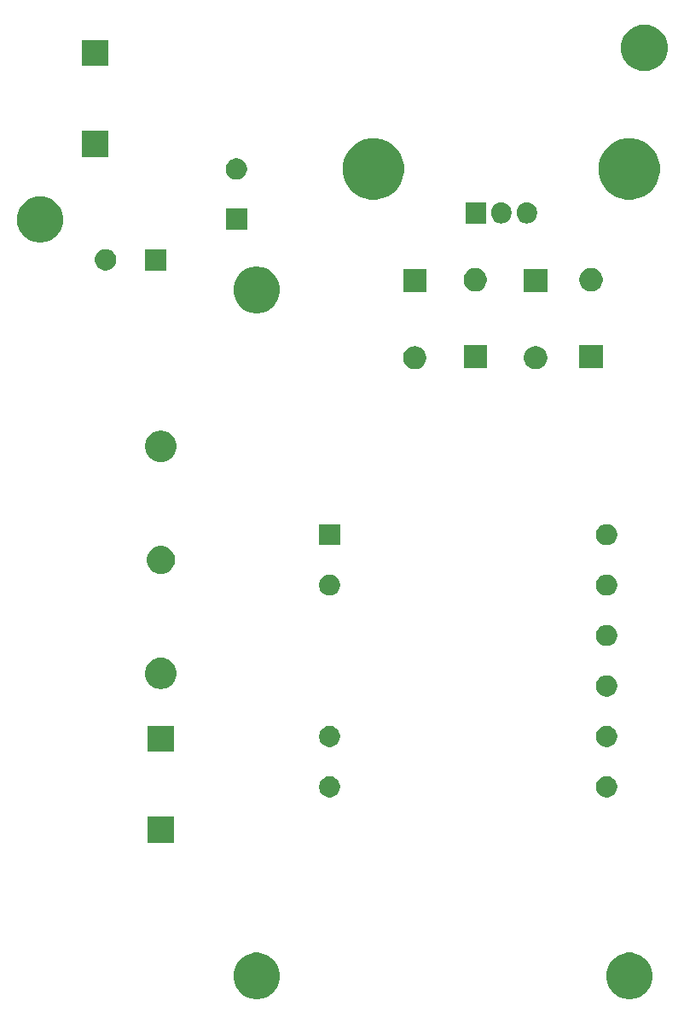
<source format=gbs>
G04 #@! TF.GenerationSoftware,KiCad,Pcbnew,(5.1.5)-3*
G04 #@! TF.CreationDate,2020-04-01T20:44:35+02:00*
G04 #@! TF.ProjectId,5vfrommains,35766672-6f6d-46d6-9169-6e732e6b6963,rev?*
G04 #@! TF.SameCoordinates,Original*
G04 #@! TF.FileFunction,Soldermask,Bot*
G04 #@! TF.FilePolarity,Negative*
%FSLAX46Y46*%
G04 Gerber Fmt 4.6, Leading zero omitted, Abs format (unit mm)*
G04 Created by KiCad (PCBNEW (5.1.5)-3) date 2020-04-01 20:44:35*
%MOMM*%
%LPD*%
G04 APERTURE LIST*
%ADD10C,0.100000*%
G04 APERTURE END LIST*
D10*
G36*
X237948903Y-137743213D02*
G01*
X238171177Y-137787426D01*
X238589932Y-137960880D01*
X238966802Y-138212696D01*
X239287304Y-138533198D01*
X239539120Y-138910068D01*
X239712574Y-139328823D01*
X239801000Y-139773371D01*
X239801000Y-140226629D01*
X239712574Y-140671177D01*
X239539120Y-141089932D01*
X239287304Y-141466802D01*
X238966802Y-141787304D01*
X238589932Y-142039120D01*
X238171177Y-142212574D01*
X237948903Y-142256787D01*
X237726630Y-142301000D01*
X237273370Y-142301000D01*
X237051097Y-142256787D01*
X236828823Y-142212574D01*
X236410068Y-142039120D01*
X236033198Y-141787304D01*
X235712696Y-141466802D01*
X235460880Y-141089932D01*
X235287426Y-140671177D01*
X235199000Y-140226629D01*
X235199000Y-139773371D01*
X235287426Y-139328823D01*
X235460880Y-138910068D01*
X235712696Y-138533198D01*
X236033198Y-138212696D01*
X236410068Y-137960880D01*
X236828823Y-137787426D01*
X237051097Y-137743213D01*
X237273370Y-137699000D01*
X237726630Y-137699000D01*
X237948903Y-137743213D01*
G37*
G36*
X200948903Y-137743213D02*
G01*
X201171177Y-137787426D01*
X201589932Y-137960880D01*
X201966802Y-138212696D01*
X202287304Y-138533198D01*
X202539120Y-138910068D01*
X202712574Y-139328823D01*
X202801000Y-139773371D01*
X202801000Y-140226629D01*
X202712574Y-140671177D01*
X202539120Y-141089932D01*
X202287304Y-141466802D01*
X201966802Y-141787304D01*
X201589932Y-142039120D01*
X201171177Y-142212574D01*
X200948903Y-142256787D01*
X200726630Y-142301000D01*
X200273370Y-142301000D01*
X200051097Y-142256787D01*
X199828823Y-142212574D01*
X199410068Y-142039120D01*
X199033198Y-141787304D01*
X198712696Y-141466802D01*
X198460880Y-141089932D01*
X198287426Y-140671177D01*
X198199000Y-140226629D01*
X198199000Y-139773371D01*
X198287426Y-139328823D01*
X198460880Y-138910068D01*
X198712696Y-138533198D01*
X199033198Y-138212696D01*
X199410068Y-137960880D01*
X199828823Y-137787426D01*
X200051097Y-137743213D01*
X200273370Y-137699000D01*
X200726630Y-137699000D01*
X200948903Y-137743213D01*
G37*
G36*
X192301440Y-126801440D02*
G01*
X189698560Y-126801440D01*
X189698560Y-124198560D01*
X192301440Y-124198560D01*
X192301440Y-126801440D01*
G37*
G36*
X208056564Y-120239389D02*
G01*
X208247833Y-120318615D01*
X208247835Y-120318616D01*
X208419973Y-120433635D01*
X208566365Y-120580027D01*
X208681385Y-120752167D01*
X208760611Y-120943436D01*
X208801000Y-121146484D01*
X208801000Y-121353516D01*
X208760611Y-121556564D01*
X208681385Y-121747833D01*
X208681384Y-121747835D01*
X208566365Y-121919973D01*
X208419973Y-122066365D01*
X208247835Y-122181384D01*
X208247834Y-122181385D01*
X208247833Y-122181385D01*
X208056564Y-122260611D01*
X207853516Y-122301000D01*
X207646484Y-122301000D01*
X207443436Y-122260611D01*
X207252167Y-122181385D01*
X207252166Y-122181385D01*
X207252165Y-122181384D01*
X207080027Y-122066365D01*
X206933635Y-121919973D01*
X206818616Y-121747835D01*
X206818615Y-121747833D01*
X206739389Y-121556564D01*
X206699000Y-121353516D01*
X206699000Y-121146484D01*
X206739389Y-120943436D01*
X206818615Y-120752167D01*
X206933635Y-120580027D01*
X207080027Y-120433635D01*
X207252165Y-120318616D01*
X207252167Y-120318615D01*
X207443436Y-120239389D01*
X207646484Y-120199000D01*
X207853516Y-120199000D01*
X208056564Y-120239389D01*
G37*
G36*
X235556564Y-120239389D02*
G01*
X235747833Y-120318615D01*
X235747835Y-120318616D01*
X235919973Y-120433635D01*
X236066365Y-120580027D01*
X236181385Y-120752167D01*
X236260611Y-120943436D01*
X236301000Y-121146484D01*
X236301000Y-121353516D01*
X236260611Y-121556564D01*
X236181385Y-121747833D01*
X236181384Y-121747835D01*
X236066365Y-121919973D01*
X235919973Y-122066365D01*
X235747835Y-122181384D01*
X235747834Y-122181385D01*
X235747833Y-122181385D01*
X235556564Y-122260611D01*
X235353516Y-122301000D01*
X235146484Y-122301000D01*
X234943436Y-122260611D01*
X234752167Y-122181385D01*
X234752166Y-122181385D01*
X234752165Y-122181384D01*
X234580027Y-122066365D01*
X234433635Y-121919973D01*
X234318616Y-121747835D01*
X234318615Y-121747833D01*
X234239389Y-121556564D01*
X234199000Y-121353516D01*
X234199000Y-121146484D01*
X234239389Y-120943436D01*
X234318615Y-120752167D01*
X234433635Y-120580027D01*
X234580027Y-120433635D01*
X234752165Y-120318616D01*
X234752167Y-120318615D01*
X234943436Y-120239389D01*
X235146484Y-120199000D01*
X235353516Y-120199000D01*
X235556564Y-120239389D01*
G37*
G36*
X192301440Y-117801440D02*
G01*
X189698560Y-117801440D01*
X189698560Y-115198560D01*
X192301440Y-115198560D01*
X192301440Y-117801440D01*
G37*
G36*
X235556564Y-115239389D02*
G01*
X235747833Y-115318615D01*
X235747835Y-115318616D01*
X235919973Y-115433635D01*
X236066365Y-115580027D01*
X236181385Y-115752167D01*
X236260611Y-115943436D01*
X236301000Y-116146484D01*
X236301000Y-116353516D01*
X236260611Y-116556564D01*
X236181385Y-116747833D01*
X236181384Y-116747835D01*
X236066365Y-116919973D01*
X235919973Y-117066365D01*
X235747835Y-117181384D01*
X235747834Y-117181385D01*
X235747833Y-117181385D01*
X235556564Y-117260611D01*
X235353516Y-117301000D01*
X235146484Y-117301000D01*
X234943436Y-117260611D01*
X234752167Y-117181385D01*
X234752166Y-117181385D01*
X234752165Y-117181384D01*
X234580027Y-117066365D01*
X234433635Y-116919973D01*
X234318616Y-116747835D01*
X234318615Y-116747833D01*
X234239389Y-116556564D01*
X234199000Y-116353516D01*
X234199000Y-116146484D01*
X234239389Y-115943436D01*
X234318615Y-115752167D01*
X234433635Y-115580027D01*
X234580027Y-115433635D01*
X234752165Y-115318616D01*
X234752167Y-115318615D01*
X234943436Y-115239389D01*
X235146484Y-115199000D01*
X235353516Y-115199000D01*
X235556564Y-115239389D01*
G37*
G36*
X208056564Y-115239389D02*
G01*
X208247833Y-115318615D01*
X208247835Y-115318616D01*
X208419973Y-115433635D01*
X208566365Y-115580027D01*
X208681385Y-115752167D01*
X208760611Y-115943436D01*
X208801000Y-116146484D01*
X208801000Y-116353516D01*
X208760611Y-116556564D01*
X208681385Y-116747833D01*
X208681384Y-116747835D01*
X208566365Y-116919973D01*
X208419973Y-117066365D01*
X208247835Y-117181384D01*
X208247834Y-117181385D01*
X208247833Y-117181385D01*
X208056564Y-117260611D01*
X207853516Y-117301000D01*
X207646484Y-117301000D01*
X207443436Y-117260611D01*
X207252167Y-117181385D01*
X207252166Y-117181385D01*
X207252165Y-117181384D01*
X207080027Y-117066365D01*
X206933635Y-116919973D01*
X206818616Y-116747835D01*
X206818615Y-116747833D01*
X206739389Y-116556564D01*
X206699000Y-116353516D01*
X206699000Y-116146484D01*
X206739389Y-115943436D01*
X206818615Y-115752167D01*
X206933635Y-115580027D01*
X207080027Y-115433635D01*
X207252165Y-115318616D01*
X207252167Y-115318615D01*
X207443436Y-115239389D01*
X207646484Y-115199000D01*
X207853516Y-115199000D01*
X208056564Y-115239389D01*
G37*
G36*
X235556564Y-110239389D02*
G01*
X235747833Y-110318615D01*
X235747835Y-110318616D01*
X235919973Y-110433635D01*
X236066365Y-110580027D01*
X236169696Y-110734672D01*
X236181385Y-110752167D01*
X236260611Y-110943436D01*
X236301000Y-111146484D01*
X236301000Y-111353516D01*
X236260611Y-111556564D01*
X236181385Y-111747833D01*
X236181384Y-111747835D01*
X236066365Y-111919973D01*
X235919973Y-112066365D01*
X235747835Y-112181384D01*
X235747834Y-112181385D01*
X235747833Y-112181385D01*
X235556564Y-112260611D01*
X235353516Y-112301000D01*
X235146484Y-112301000D01*
X234943436Y-112260611D01*
X234752167Y-112181385D01*
X234752166Y-112181385D01*
X234752165Y-112181384D01*
X234580027Y-112066365D01*
X234433635Y-111919973D01*
X234318616Y-111747835D01*
X234318615Y-111747833D01*
X234239389Y-111556564D01*
X234199000Y-111353516D01*
X234199000Y-111146484D01*
X234239389Y-110943436D01*
X234318615Y-110752167D01*
X234330305Y-110734672D01*
X234433635Y-110580027D01*
X234580027Y-110433635D01*
X234752165Y-110318616D01*
X234752167Y-110318615D01*
X234943436Y-110239389D01*
X235146484Y-110199000D01*
X235353516Y-110199000D01*
X235556564Y-110239389D01*
G37*
G36*
X191302585Y-108478802D02*
G01*
X191452410Y-108508604D01*
X191734674Y-108625521D01*
X191988705Y-108795259D01*
X192204741Y-109011295D01*
X192374479Y-109265326D01*
X192491396Y-109547590D01*
X192491396Y-109547591D01*
X192551000Y-109847239D01*
X192551000Y-110152761D01*
X192533768Y-110239390D01*
X192491396Y-110452410D01*
X192374479Y-110734674D01*
X192204741Y-110988705D01*
X191988705Y-111204741D01*
X191734674Y-111374479D01*
X191452410Y-111491396D01*
X191302585Y-111521198D01*
X191152761Y-111551000D01*
X190847239Y-111551000D01*
X190697415Y-111521198D01*
X190547590Y-111491396D01*
X190265326Y-111374479D01*
X190011295Y-111204741D01*
X189795259Y-110988705D01*
X189625521Y-110734674D01*
X189508604Y-110452410D01*
X189466232Y-110239390D01*
X189449000Y-110152761D01*
X189449000Y-109847239D01*
X189508604Y-109547591D01*
X189508604Y-109547590D01*
X189625521Y-109265326D01*
X189795259Y-109011295D01*
X190011295Y-108795259D01*
X190265326Y-108625521D01*
X190547590Y-108508604D01*
X190697415Y-108478802D01*
X190847239Y-108449000D01*
X191152761Y-108449000D01*
X191302585Y-108478802D01*
G37*
G36*
X235556564Y-105239389D02*
G01*
X235747833Y-105318615D01*
X235747835Y-105318616D01*
X235919973Y-105433635D01*
X236066365Y-105580027D01*
X236181385Y-105752167D01*
X236260611Y-105943436D01*
X236301000Y-106146484D01*
X236301000Y-106353516D01*
X236260611Y-106556564D01*
X236181385Y-106747833D01*
X236181384Y-106747835D01*
X236066365Y-106919973D01*
X235919973Y-107066365D01*
X235747835Y-107181384D01*
X235747834Y-107181385D01*
X235747833Y-107181385D01*
X235556564Y-107260611D01*
X235353516Y-107301000D01*
X235146484Y-107301000D01*
X234943436Y-107260611D01*
X234752167Y-107181385D01*
X234752166Y-107181385D01*
X234752165Y-107181384D01*
X234580027Y-107066365D01*
X234433635Y-106919973D01*
X234318616Y-106747835D01*
X234318615Y-106747833D01*
X234239389Y-106556564D01*
X234199000Y-106353516D01*
X234199000Y-106146484D01*
X234239389Y-105943436D01*
X234318615Y-105752167D01*
X234433635Y-105580027D01*
X234580027Y-105433635D01*
X234752165Y-105318616D01*
X234752167Y-105318615D01*
X234943436Y-105239389D01*
X235146484Y-105199000D01*
X235353516Y-105199000D01*
X235556564Y-105239389D01*
G37*
G36*
X208056564Y-100239389D02*
G01*
X208247833Y-100318615D01*
X208247835Y-100318616D01*
X208419973Y-100433635D01*
X208566365Y-100580027D01*
X208681385Y-100752167D01*
X208760611Y-100943436D01*
X208801000Y-101146484D01*
X208801000Y-101353516D01*
X208760611Y-101556564D01*
X208681385Y-101747833D01*
X208681384Y-101747835D01*
X208566365Y-101919973D01*
X208419973Y-102066365D01*
X208247835Y-102181384D01*
X208247834Y-102181385D01*
X208247833Y-102181385D01*
X208056564Y-102260611D01*
X207853516Y-102301000D01*
X207646484Y-102301000D01*
X207443436Y-102260611D01*
X207252167Y-102181385D01*
X207252166Y-102181385D01*
X207252165Y-102181384D01*
X207080027Y-102066365D01*
X206933635Y-101919973D01*
X206818616Y-101747835D01*
X206818615Y-101747833D01*
X206739389Y-101556564D01*
X206699000Y-101353516D01*
X206699000Y-101146484D01*
X206739389Y-100943436D01*
X206818615Y-100752167D01*
X206933635Y-100580027D01*
X207080027Y-100433635D01*
X207252165Y-100318616D01*
X207252167Y-100318615D01*
X207443436Y-100239389D01*
X207646484Y-100199000D01*
X207853516Y-100199000D01*
X208056564Y-100239389D01*
G37*
G36*
X235556564Y-100239389D02*
G01*
X235747833Y-100318615D01*
X235747835Y-100318616D01*
X235919973Y-100433635D01*
X236066365Y-100580027D01*
X236181385Y-100752167D01*
X236260611Y-100943436D01*
X236301000Y-101146484D01*
X236301000Y-101353516D01*
X236260611Y-101556564D01*
X236181385Y-101747833D01*
X236181384Y-101747835D01*
X236066365Y-101919973D01*
X235919973Y-102066365D01*
X235747835Y-102181384D01*
X235747834Y-102181385D01*
X235747833Y-102181385D01*
X235556564Y-102260611D01*
X235353516Y-102301000D01*
X235146484Y-102301000D01*
X234943436Y-102260611D01*
X234752167Y-102181385D01*
X234752166Y-102181385D01*
X234752165Y-102181384D01*
X234580027Y-102066365D01*
X234433635Y-101919973D01*
X234318616Y-101747835D01*
X234318615Y-101747833D01*
X234239389Y-101556564D01*
X234199000Y-101353516D01*
X234199000Y-101146484D01*
X234239389Y-100943436D01*
X234318615Y-100752167D01*
X234433635Y-100580027D01*
X234580027Y-100433635D01*
X234752165Y-100318616D01*
X234752167Y-100318615D01*
X234943436Y-100239389D01*
X235146484Y-100199000D01*
X235353516Y-100199000D01*
X235556564Y-100239389D01*
G37*
G36*
X191318433Y-97384893D02*
G01*
X191408657Y-97402839D01*
X191514267Y-97446585D01*
X191663621Y-97508449D01*
X191663622Y-97508450D01*
X191893086Y-97661772D01*
X192088228Y-97856914D01*
X192190675Y-98010237D01*
X192241551Y-98086379D01*
X192347161Y-98341344D01*
X192401000Y-98612012D01*
X192401000Y-98887988D01*
X192347161Y-99158656D01*
X192241551Y-99413621D01*
X192241550Y-99413622D01*
X192088228Y-99643086D01*
X191893086Y-99838228D01*
X191739763Y-99940675D01*
X191663621Y-99991551D01*
X191514267Y-100053415D01*
X191408657Y-100097161D01*
X191318433Y-100115107D01*
X191137988Y-100151000D01*
X190862012Y-100151000D01*
X190681567Y-100115107D01*
X190591343Y-100097161D01*
X190485733Y-100053415D01*
X190336379Y-99991551D01*
X190260237Y-99940675D01*
X190106914Y-99838228D01*
X189911772Y-99643086D01*
X189758450Y-99413622D01*
X189758449Y-99413621D01*
X189652839Y-99158656D01*
X189599000Y-98887988D01*
X189599000Y-98612012D01*
X189652839Y-98341344D01*
X189758449Y-98086379D01*
X189809325Y-98010237D01*
X189911772Y-97856914D01*
X190106914Y-97661772D01*
X190336378Y-97508450D01*
X190336379Y-97508449D01*
X190485733Y-97446585D01*
X190591343Y-97402839D01*
X190681567Y-97384893D01*
X190862012Y-97349000D01*
X191137988Y-97349000D01*
X191318433Y-97384893D01*
G37*
G36*
X235556564Y-95239389D02*
G01*
X235747833Y-95318615D01*
X235747835Y-95318616D01*
X235919973Y-95433635D01*
X236066365Y-95580027D01*
X236181385Y-95752167D01*
X236260611Y-95943436D01*
X236301000Y-96146484D01*
X236301000Y-96353516D01*
X236260611Y-96556564D01*
X236181385Y-96747833D01*
X236181384Y-96747835D01*
X236066365Y-96919973D01*
X235919973Y-97066365D01*
X235747835Y-97181384D01*
X235747834Y-97181385D01*
X235747833Y-97181385D01*
X235556564Y-97260611D01*
X235353516Y-97301000D01*
X235146484Y-97301000D01*
X234943436Y-97260611D01*
X234752167Y-97181385D01*
X234752166Y-97181385D01*
X234752165Y-97181384D01*
X234580027Y-97066365D01*
X234433635Y-96919973D01*
X234318616Y-96747835D01*
X234318615Y-96747833D01*
X234239389Y-96556564D01*
X234199000Y-96353516D01*
X234199000Y-96146484D01*
X234239389Y-95943436D01*
X234318615Y-95752167D01*
X234433635Y-95580027D01*
X234580027Y-95433635D01*
X234752165Y-95318616D01*
X234752167Y-95318615D01*
X234943436Y-95239389D01*
X235146484Y-95199000D01*
X235353516Y-95199000D01*
X235556564Y-95239389D01*
G37*
G36*
X208801000Y-97301000D02*
G01*
X206699000Y-97301000D01*
X206699000Y-95199000D01*
X208801000Y-95199000D01*
X208801000Y-97301000D01*
G37*
G36*
X191302585Y-85978802D02*
G01*
X191452410Y-86008604D01*
X191734674Y-86125521D01*
X191988705Y-86295259D01*
X192204741Y-86511295D01*
X192374479Y-86765326D01*
X192491396Y-87047590D01*
X192551000Y-87347240D01*
X192551000Y-87652760D01*
X192491396Y-87952410D01*
X192374479Y-88234674D01*
X192204741Y-88488705D01*
X191988705Y-88704741D01*
X191734674Y-88874479D01*
X191452410Y-88991396D01*
X191302585Y-89021198D01*
X191152761Y-89051000D01*
X190847239Y-89051000D01*
X190697415Y-89021198D01*
X190547590Y-88991396D01*
X190265326Y-88874479D01*
X190011295Y-88704741D01*
X189795259Y-88488705D01*
X189625521Y-88234674D01*
X189508604Y-87952410D01*
X189449000Y-87652760D01*
X189449000Y-87347240D01*
X189508604Y-87047590D01*
X189625521Y-86765326D01*
X189795259Y-86511295D01*
X190011295Y-86295259D01*
X190265326Y-86125521D01*
X190547590Y-86008604D01*
X190697415Y-85978802D01*
X190847239Y-85949000D01*
X191152761Y-85949000D01*
X191302585Y-85978802D01*
G37*
G36*
X216424549Y-77591116D02*
G01*
X216535734Y-77613232D01*
X216745203Y-77699997D01*
X216933720Y-77825960D01*
X217094040Y-77986280D01*
X217220003Y-78174797D01*
X217306768Y-78384266D01*
X217351000Y-78606636D01*
X217351000Y-78833364D01*
X217306768Y-79055734D01*
X217220003Y-79265203D01*
X217094040Y-79453720D01*
X216933720Y-79614040D01*
X216745203Y-79740003D01*
X216535734Y-79826768D01*
X216424549Y-79848884D01*
X216313365Y-79871000D01*
X216086635Y-79871000D01*
X215975451Y-79848884D01*
X215864266Y-79826768D01*
X215654797Y-79740003D01*
X215466280Y-79614040D01*
X215305960Y-79453720D01*
X215179997Y-79265203D01*
X215093232Y-79055734D01*
X215049000Y-78833364D01*
X215049000Y-78606636D01*
X215093232Y-78384266D01*
X215179997Y-78174797D01*
X215305960Y-77986280D01*
X215466280Y-77825960D01*
X215654797Y-77699997D01*
X215864266Y-77613232D01*
X215975451Y-77591116D01*
X216086635Y-77569000D01*
X216313365Y-77569000D01*
X216424549Y-77591116D01*
G37*
G36*
X228424549Y-77591116D02*
G01*
X228535734Y-77613232D01*
X228745203Y-77699997D01*
X228933720Y-77825960D01*
X229094040Y-77986280D01*
X229220003Y-78174797D01*
X229306768Y-78384266D01*
X229351000Y-78606636D01*
X229351000Y-78833364D01*
X229306768Y-79055734D01*
X229220003Y-79265203D01*
X229094040Y-79453720D01*
X228933720Y-79614040D01*
X228745203Y-79740003D01*
X228535734Y-79826768D01*
X228424549Y-79848884D01*
X228313365Y-79871000D01*
X228086635Y-79871000D01*
X227975451Y-79848884D01*
X227864266Y-79826768D01*
X227654797Y-79740003D01*
X227466280Y-79614040D01*
X227305960Y-79453720D01*
X227179997Y-79265203D01*
X227093232Y-79055734D01*
X227049000Y-78833364D01*
X227049000Y-78606636D01*
X227093232Y-78384266D01*
X227179997Y-78174797D01*
X227305960Y-77986280D01*
X227466280Y-77825960D01*
X227654797Y-77699997D01*
X227864266Y-77613232D01*
X227975451Y-77591116D01*
X228086635Y-77569000D01*
X228313365Y-77569000D01*
X228424549Y-77591116D01*
G37*
G36*
X223351000Y-79751000D02*
G01*
X221049000Y-79751000D01*
X221049000Y-77449000D01*
X223351000Y-77449000D01*
X223351000Y-79751000D01*
G37*
G36*
X234851000Y-79751000D02*
G01*
X232549000Y-79751000D01*
X232549000Y-77449000D01*
X234851000Y-77449000D01*
X234851000Y-79751000D01*
G37*
G36*
X200948903Y-69743213D02*
G01*
X201171177Y-69787426D01*
X201589932Y-69960880D01*
X201966802Y-70212696D01*
X202287304Y-70533198D01*
X202539120Y-70910068D01*
X202707152Y-71315733D01*
X202712574Y-71328824D01*
X202789135Y-71713719D01*
X202801000Y-71773371D01*
X202801000Y-72226629D01*
X202712574Y-72671177D01*
X202539120Y-73089932D01*
X202287304Y-73466802D01*
X201966802Y-73787304D01*
X201589932Y-74039120D01*
X201171177Y-74212574D01*
X200948903Y-74256787D01*
X200726630Y-74301000D01*
X200273370Y-74301000D01*
X200051097Y-74256787D01*
X199828823Y-74212574D01*
X199410068Y-74039120D01*
X199033198Y-73787304D01*
X198712696Y-73466802D01*
X198460880Y-73089932D01*
X198287426Y-72671177D01*
X198199000Y-72226629D01*
X198199000Y-71773371D01*
X198210866Y-71713719D01*
X198287426Y-71328824D01*
X198292848Y-71315733D01*
X198460880Y-70910068D01*
X198712696Y-70533198D01*
X199033198Y-70212696D01*
X199410068Y-69960880D01*
X199828823Y-69787426D01*
X200051097Y-69743213D01*
X200273370Y-69699000D01*
X200726630Y-69699000D01*
X200948903Y-69743213D01*
G37*
G36*
X229351000Y-72251000D02*
G01*
X227049000Y-72251000D01*
X227049000Y-69949000D01*
X229351000Y-69949000D01*
X229351000Y-72251000D01*
G37*
G36*
X217351000Y-72251000D02*
G01*
X215049000Y-72251000D01*
X215049000Y-69949000D01*
X217351000Y-69949000D01*
X217351000Y-72251000D01*
G37*
G36*
X222424549Y-69851116D02*
G01*
X222535734Y-69873232D01*
X222745203Y-69959997D01*
X222933720Y-70085960D01*
X223094040Y-70246280D01*
X223220003Y-70434797D01*
X223306768Y-70644266D01*
X223351000Y-70866636D01*
X223351000Y-71093364D01*
X223306768Y-71315734D01*
X223220003Y-71525203D01*
X223094040Y-71713720D01*
X222933720Y-71874040D01*
X222745203Y-72000003D01*
X222535734Y-72086768D01*
X222424549Y-72108884D01*
X222313365Y-72131000D01*
X222086635Y-72131000D01*
X221975451Y-72108884D01*
X221864266Y-72086768D01*
X221654797Y-72000003D01*
X221466280Y-71874040D01*
X221305960Y-71713720D01*
X221179997Y-71525203D01*
X221093232Y-71315734D01*
X221049000Y-71093364D01*
X221049000Y-70866636D01*
X221093232Y-70644266D01*
X221179997Y-70434797D01*
X221305960Y-70246280D01*
X221466280Y-70085960D01*
X221654797Y-69959997D01*
X221864266Y-69873232D01*
X221975451Y-69851116D01*
X222086635Y-69829000D01*
X222313365Y-69829000D01*
X222424549Y-69851116D01*
G37*
G36*
X233924549Y-69851116D02*
G01*
X234035734Y-69873232D01*
X234245203Y-69959997D01*
X234433720Y-70085960D01*
X234594040Y-70246280D01*
X234720003Y-70434797D01*
X234806768Y-70644266D01*
X234851000Y-70866636D01*
X234851000Y-71093364D01*
X234806768Y-71315734D01*
X234720003Y-71525203D01*
X234594040Y-71713720D01*
X234433720Y-71874040D01*
X234245203Y-72000003D01*
X234035734Y-72086768D01*
X233924549Y-72108884D01*
X233813365Y-72131000D01*
X233586635Y-72131000D01*
X233475451Y-72108884D01*
X233364266Y-72086768D01*
X233154797Y-72000003D01*
X232966280Y-71874040D01*
X232805960Y-71713720D01*
X232679997Y-71525203D01*
X232593232Y-71315734D01*
X232549000Y-71093364D01*
X232549000Y-70866636D01*
X232593232Y-70644266D01*
X232679997Y-70434797D01*
X232805960Y-70246280D01*
X232966280Y-70085960D01*
X233154797Y-69959997D01*
X233364266Y-69873232D01*
X233475451Y-69851116D01*
X233586635Y-69829000D01*
X233813365Y-69829000D01*
X233924549Y-69851116D01*
G37*
G36*
X185806564Y-67989389D02*
G01*
X185997833Y-68068615D01*
X185997835Y-68068616D01*
X186169973Y-68183635D01*
X186316365Y-68330027D01*
X186431385Y-68502167D01*
X186510611Y-68693436D01*
X186551000Y-68896484D01*
X186551000Y-69103516D01*
X186510611Y-69306564D01*
X186431385Y-69497833D01*
X186431384Y-69497835D01*
X186316365Y-69669973D01*
X186169973Y-69816365D01*
X185997835Y-69931384D01*
X185997834Y-69931385D01*
X185997833Y-69931385D01*
X185806564Y-70010611D01*
X185603516Y-70051000D01*
X185396484Y-70051000D01*
X185193436Y-70010611D01*
X185002167Y-69931385D01*
X185002166Y-69931385D01*
X185002165Y-69931384D01*
X184830027Y-69816365D01*
X184683635Y-69669973D01*
X184568616Y-69497835D01*
X184568615Y-69497833D01*
X184489389Y-69306564D01*
X184449000Y-69103516D01*
X184449000Y-68896484D01*
X184489389Y-68693436D01*
X184568615Y-68502167D01*
X184683635Y-68330027D01*
X184830027Y-68183635D01*
X185002165Y-68068616D01*
X185002167Y-68068615D01*
X185193436Y-67989389D01*
X185396484Y-67949000D01*
X185603516Y-67949000D01*
X185806564Y-67989389D01*
G37*
G36*
X191551000Y-70051000D02*
G01*
X189449000Y-70051000D01*
X189449000Y-67949000D01*
X191551000Y-67949000D01*
X191551000Y-70051000D01*
G37*
G36*
X179448903Y-62743213D02*
G01*
X179671177Y-62787426D01*
X180089932Y-62960880D01*
X180466802Y-63212696D01*
X180787304Y-63533198D01*
X181039120Y-63910068D01*
X181212574Y-64328823D01*
X181212574Y-64328824D01*
X181301000Y-64773370D01*
X181301000Y-65226630D01*
X181265350Y-65405855D01*
X181212574Y-65671177D01*
X181039120Y-66089932D01*
X180787304Y-66466802D01*
X180466802Y-66787304D01*
X180089932Y-67039120D01*
X179671177Y-67212574D01*
X179448903Y-67256787D01*
X179226630Y-67301000D01*
X178773370Y-67301000D01*
X178551097Y-67256787D01*
X178328823Y-67212574D01*
X177910068Y-67039120D01*
X177533198Y-66787304D01*
X177212696Y-66466802D01*
X176960880Y-66089932D01*
X176787426Y-65671177D01*
X176734650Y-65405855D01*
X176699000Y-65226630D01*
X176699000Y-64773370D01*
X176787426Y-64328824D01*
X176787426Y-64328823D01*
X176960880Y-63910068D01*
X177212696Y-63533198D01*
X177533198Y-63212696D01*
X177910068Y-62960880D01*
X178328823Y-62787426D01*
X178551097Y-62743213D01*
X178773370Y-62699000D01*
X179226630Y-62699000D01*
X179448903Y-62743213D01*
G37*
G36*
X199551000Y-66051000D02*
G01*
X197449000Y-66051000D01*
X197449000Y-63949000D01*
X199551000Y-63949000D01*
X199551000Y-66051000D01*
G37*
G36*
X224986719Y-63313520D02*
G01*
X225175880Y-63370901D01*
X225175883Y-63370902D01*
X225268333Y-63420318D01*
X225350212Y-63464083D01*
X225503015Y-63589485D01*
X225628417Y-63742288D01*
X225710941Y-63896680D01*
X225718099Y-63910070D01*
X225721599Y-63916619D01*
X225778980Y-64105780D01*
X225793500Y-64253206D01*
X225793500Y-64446793D01*
X225778980Y-64594219D01*
X225724635Y-64773370D01*
X225721598Y-64783383D01*
X225672182Y-64875833D01*
X225628417Y-64957712D01*
X225503015Y-65110515D01*
X225350212Y-65235917D01*
X225175881Y-65329099D01*
X224986720Y-65386480D01*
X224790000Y-65405855D01*
X224593281Y-65386480D01*
X224404120Y-65329099D01*
X224229788Y-65235917D01*
X224076985Y-65110515D01*
X223951583Y-64957712D01*
X223858401Y-64783381D01*
X223801020Y-64594220D01*
X223786500Y-64446794D01*
X223786500Y-64253207D01*
X223801020Y-64105781D01*
X223858401Y-63916620D01*
X223858402Y-63916617D01*
X223907818Y-63824167D01*
X223951583Y-63742288D01*
X224076985Y-63589485D01*
X224229788Y-63464083D01*
X224404119Y-63370901D01*
X224593280Y-63313520D01*
X224790000Y-63294145D01*
X224986719Y-63313520D01*
G37*
G36*
X227526719Y-63313520D02*
G01*
X227715880Y-63370901D01*
X227715883Y-63370902D01*
X227808333Y-63420318D01*
X227890212Y-63464083D01*
X228043015Y-63589485D01*
X228168417Y-63742288D01*
X228250941Y-63896680D01*
X228258099Y-63910070D01*
X228261599Y-63916619D01*
X228318980Y-64105780D01*
X228333500Y-64253206D01*
X228333500Y-64446793D01*
X228318980Y-64594219D01*
X228264635Y-64773370D01*
X228261598Y-64783383D01*
X228212182Y-64875833D01*
X228168417Y-64957712D01*
X228043015Y-65110515D01*
X227890212Y-65235917D01*
X227715881Y-65329099D01*
X227526720Y-65386480D01*
X227330000Y-65405855D01*
X227133281Y-65386480D01*
X226944120Y-65329099D01*
X226769788Y-65235917D01*
X226616985Y-65110515D01*
X226491583Y-64957712D01*
X226398401Y-64783381D01*
X226341020Y-64594220D01*
X226326500Y-64446794D01*
X226326500Y-64253207D01*
X226341020Y-64105781D01*
X226398401Y-63916620D01*
X226398402Y-63916617D01*
X226447818Y-63824167D01*
X226491583Y-63742288D01*
X226616985Y-63589485D01*
X226769788Y-63464083D01*
X226944119Y-63370901D01*
X227133280Y-63313520D01*
X227330000Y-63294145D01*
X227526719Y-63313520D01*
G37*
G36*
X223253500Y-65401000D02*
G01*
X221246500Y-65401000D01*
X221246500Y-63299000D01*
X223253500Y-63299000D01*
X223253500Y-65401000D01*
G37*
G36*
X238389943Y-57066248D02*
G01*
X238945189Y-57296238D01*
X238945190Y-57296239D01*
X239444899Y-57630134D01*
X239869866Y-58055101D01*
X239869867Y-58055103D01*
X240203762Y-58554811D01*
X240433752Y-59110057D01*
X240551000Y-59699501D01*
X240551000Y-60300499D01*
X240433752Y-60889943D01*
X240203762Y-61445189D01*
X240203761Y-61445190D01*
X239869866Y-61944899D01*
X239444899Y-62369866D01*
X239193347Y-62537948D01*
X238945189Y-62703762D01*
X238389943Y-62933752D01*
X237800499Y-63051000D01*
X237199501Y-63051000D01*
X236610057Y-62933752D01*
X236054811Y-62703762D01*
X235806653Y-62537948D01*
X235555101Y-62369866D01*
X235130134Y-61944899D01*
X234796239Y-61445190D01*
X234796238Y-61445189D01*
X234566248Y-60889943D01*
X234449000Y-60300499D01*
X234449000Y-59699501D01*
X234566248Y-59110057D01*
X234796238Y-58554811D01*
X235130133Y-58055103D01*
X235130134Y-58055101D01*
X235555101Y-57630134D01*
X236054810Y-57296239D01*
X236054811Y-57296238D01*
X236610057Y-57066248D01*
X237199501Y-56949000D01*
X237800499Y-56949000D01*
X238389943Y-57066248D01*
G37*
G36*
X212989943Y-57066248D02*
G01*
X213545189Y-57296238D01*
X213545190Y-57296239D01*
X214044899Y-57630134D01*
X214469866Y-58055101D01*
X214469867Y-58055103D01*
X214803762Y-58554811D01*
X215033752Y-59110057D01*
X215151000Y-59699501D01*
X215151000Y-60300499D01*
X215033752Y-60889943D01*
X214803762Y-61445189D01*
X214803761Y-61445190D01*
X214469866Y-61944899D01*
X214044899Y-62369866D01*
X213793347Y-62537948D01*
X213545189Y-62703762D01*
X212989943Y-62933752D01*
X212400499Y-63051000D01*
X211799501Y-63051000D01*
X211210057Y-62933752D01*
X210654811Y-62703762D01*
X210406653Y-62537948D01*
X210155101Y-62369866D01*
X209730134Y-61944899D01*
X209396239Y-61445190D01*
X209396238Y-61445189D01*
X209166248Y-60889943D01*
X209049000Y-60300499D01*
X209049000Y-59699501D01*
X209166248Y-59110057D01*
X209396238Y-58554811D01*
X209730133Y-58055103D01*
X209730134Y-58055101D01*
X210155101Y-57630134D01*
X210654810Y-57296239D01*
X210654811Y-57296238D01*
X211210057Y-57066248D01*
X211799501Y-56949000D01*
X212400499Y-56949000D01*
X212989943Y-57066248D01*
G37*
G36*
X198806564Y-58989389D02*
G01*
X198997833Y-59068615D01*
X198997835Y-59068616D01*
X199169973Y-59183635D01*
X199316365Y-59330027D01*
X199431385Y-59502167D01*
X199510611Y-59693436D01*
X199551000Y-59896484D01*
X199551000Y-60103516D01*
X199510611Y-60306564D01*
X199431385Y-60497833D01*
X199431384Y-60497835D01*
X199316365Y-60669973D01*
X199169973Y-60816365D01*
X198997835Y-60931384D01*
X198997834Y-60931385D01*
X198997833Y-60931385D01*
X198806564Y-61010611D01*
X198603516Y-61051000D01*
X198396484Y-61051000D01*
X198193436Y-61010611D01*
X198002167Y-60931385D01*
X198002166Y-60931385D01*
X198002165Y-60931384D01*
X197830027Y-60816365D01*
X197683635Y-60669973D01*
X197568616Y-60497835D01*
X197568615Y-60497833D01*
X197489389Y-60306564D01*
X197449000Y-60103516D01*
X197449000Y-59896484D01*
X197489389Y-59693436D01*
X197568615Y-59502167D01*
X197683635Y-59330027D01*
X197830027Y-59183635D01*
X198002165Y-59068616D01*
X198002167Y-59068615D01*
X198193436Y-58989389D01*
X198396484Y-58949000D01*
X198603516Y-58949000D01*
X198806564Y-58989389D01*
G37*
G36*
X185801440Y-58801440D02*
G01*
X183198560Y-58801440D01*
X183198560Y-56198560D01*
X185801440Y-56198560D01*
X185801440Y-58801440D01*
G37*
G36*
X239448903Y-45743213D02*
G01*
X239671177Y-45787426D01*
X240089932Y-45960880D01*
X240466802Y-46212696D01*
X240787304Y-46533198D01*
X241039120Y-46910068D01*
X241212574Y-47328823D01*
X241301000Y-47773371D01*
X241301000Y-48226629D01*
X241212574Y-48671177D01*
X241039120Y-49089932D01*
X240787304Y-49466802D01*
X240466802Y-49787304D01*
X240089932Y-50039120D01*
X239671177Y-50212574D01*
X239448903Y-50256787D01*
X239226630Y-50301000D01*
X238773370Y-50301000D01*
X238551097Y-50256787D01*
X238328823Y-50212574D01*
X237910068Y-50039120D01*
X237533198Y-49787304D01*
X237212696Y-49466802D01*
X236960880Y-49089932D01*
X236787426Y-48671177D01*
X236699000Y-48226629D01*
X236699000Y-47773371D01*
X236787426Y-47328823D01*
X236960880Y-46910068D01*
X237212696Y-46533198D01*
X237533198Y-46212696D01*
X237910068Y-45960880D01*
X238328823Y-45787426D01*
X238551097Y-45743213D01*
X238773370Y-45699000D01*
X239226630Y-45699000D01*
X239448903Y-45743213D01*
G37*
G36*
X185801440Y-49801440D02*
G01*
X183198560Y-49801440D01*
X183198560Y-47198560D01*
X185801440Y-47198560D01*
X185801440Y-49801440D01*
G37*
M02*

</source>
